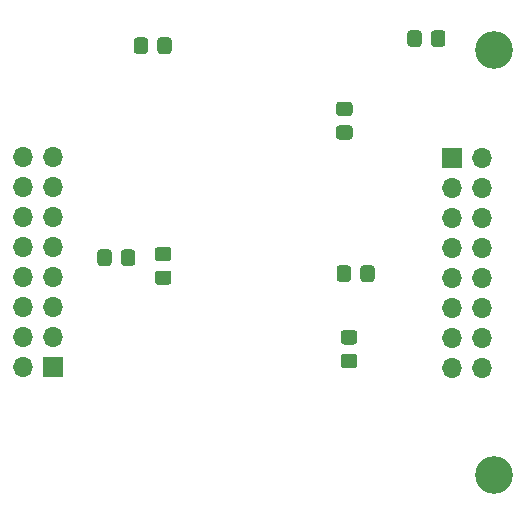
<source format=gbs>
G04 #@! TF.GenerationSoftware,KiCad,Pcbnew,(6.0.6)*
G04 #@! TF.CreationDate,2023-08-29T14:40:31+02:00*
G04 #@! TF.ProjectId,digital-isolator-6t2r,64696769-7461-46c2-9d69-736f6c61746f,rev?*
G04 #@! TF.SameCoordinates,Original*
G04 #@! TF.FileFunction,Soldermask,Bot*
G04 #@! TF.FilePolarity,Negative*
%FSLAX46Y46*%
G04 Gerber Fmt 4.6, Leading zero omitted, Abs format (unit mm)*
G04 Created by KiCad (PCBNEW (6.0.6)) date 2023-08-29 14:40:31*
%MOMM*%
%LPD*%
G01*
G04 APERTURE LIST*
%ADD10C,3.200000*%
%ADD11R,1.700000X1.700000*%
%ADD12O,1.700000X1.700000*%
G04 APERTURE END LIST*
D10*
X119760000Y-70700000D03*
D11*
X116200000Y-43825000D03*
D12*
X118740000Y-43825000D03*
X116200000Y-46365000D03*
X118740000Y-46365000D03*
X116200000Y-48905000D03*
X118740000Y-48905000D03*
X116200000Y-51445000D03*
X118740000Y-51445000D03*
X116200000Y-53985000D03*
X118740000Y-53985000D03*
X116200000Y-56525000D03*
X118740000Y-56525000D03*
X116200000Y-59065000D03*
X118740000Y-59065000D03*
X116200000Y-61605000D03*
X118740000Y-61605000D03*
D11*
X82350000Y-61575000D03*
D12*
X79810000Y-61575000D03*
X82350000Y-59035000D03*
X79810000Y-59035000D03*
X82350000Y-56495000D03*
X79810000Y-56495000D03*
X82350000Y-53955000D03*
X79810000Y-53955000D03*
X82350000Y-51415000D03*
X79810000Y-51415000D03*
X82350000Y-48875000D03*
X79810000Y-48875000D03*
X82350000Y-46335000D03*
X79810000Y-46335000D03*
X82350000Y-43795000D03*
X79810000Y-43795000D03*
D10*
X119760000Y-34700000D03*
G36*
G01*
X112400000Y-34200000D02*
X112400000Y-33300000D01*
G75*
G02*
X112650000Y-33050000I250000J0D01*
G01*
X113350000Y-33050000D01*
G75*
G02*
X113600000Y-33300000I0J-250000D01*
G01*
X113600000Y-34200000D01*
G75*
G02*
X113350000Y-34450000I-250000J0D01*
G01*
X112650000Y-34450000D01*
G75*
G02*
X112400000Y-34200000I0J250000D01*
G01*
G37*
G36*
G01*
X114400000Y-34200000D02*
X114400000Y-33300000D01*
G75*
G02*
X114650000Y-33050000I250000J0D01*
G01*
X115350000Y-33050000D01*
G75*
G02*
X115600000Y-33300000I0J-250000D01*
G01*
X115600000Y-34200000D01*
G75*
G02*
X115350000Y-34450000I-250000J0D01*
G01*
X114650000Y-34450000D01*
G75*
G02*
X114400000Y-34200000I0J250000D01*
G01*
G37*
G36*
G01*
X107900000Y-61650000D02*
X107000000Y-61650000D01*
G75*
G02*
X106750000Y-61400000I0J250000D01*
G01*
X106750000Y-60700000D01*
G75*
G02*
X107000000Y-60450000I250000J0D01*
G01*
X107900000Y-60450000D01*
G75*
G02*
X108150000Y-60700000I0J-250000D01*
G01*
X108150000Y-61400000D01*
G75*
G02*
X107900000Y-61650000I-250000J0D01*
G01*
G37*
G36*
G01*
X107900000Y-59650000D02*
X107000000Y-59650000D01*
G75*
G02*
X106750000Y-59400000I0J250000D01*
G01*
X106750000Y-58700000D01*
G75*
G02*
X107000000Y-58450000I250000J0D01*
G01*
X107900000Y-58450000D01*
G75*
G02*
X108150000Y-58700000I0J-250000D01*
G01*
X108150000Y-59400000D01*
G75*
G02*
X107900000Y-59650000I-250000J0D01*
G01*
G37*
G36*
G01*
X106410000Y-54100000D02*
X106410000Y-53200000D01*
G75*
G02*
X106660000Y-52950000I250000J0D01*
G01*
X107360000Y-52950000D01*
G75*
G02*
X107610000Y-53200000I0J-250000D01*
G01*
X107610000Y-54100000D01*
G75*
G02*
X107360000Y-54350000I-250000J0D01*
G01*
X106660000Y-54350000D01*
G75*
G02*
X106410000Y-54100000I0J250000D01*
G01*
G37*
G36*
G01*
X108410000Y-54100000D02*
X108410000Y-53200000D01*
G75*
G02*
X108660000Y-52950000I250000J0D01*
G01*
X109360000Y-52950000D01*
G75*
G02*
X109610000Y-53200000I0J-250000D01*
G01*
X109610000Y-54100000D01*
G75*
G02*
X109360000Y-54350000I-250000J0D01*
G01*
X108660000Y-54350000D01*
G75*
G02*
X108410000Y-54100000I0J250000D01*
G01*
G37*
G36*
G01*
X89350000Y-51850000D02*
X89350000Y-52750000D01*
G75*
G02*
X89100000Y-53000000I-250000J0D01*
G01*
X88400000Y-53000000D01*
G75*
G02*
X88150000Y-52750000I0J250000D01*
G01*
X88150000Y-51850000D01*
G75*
G02*
X88400000Y-51600000I250000J0D01*
G01*
X89100000Y-51600000D01*
G75*
G02*
X89350000Y-51850000I0J-250000D01*
G01*
G37*
G36*
G01*
X87350000Y-51850000D02*
X87350000Y-52750000D01*
G75*
G02*
X87100000Y-53000000I-250000J0D01*
G01*
X86400000Y-53000000D01*
G75*
G02*
X86150000Y-52750000I0J250000D01*
G01*
X86150000Y-51850000D01*
G75*
G02*
X86400000Y-51600000I250000J0D01*
G01*
X87100000Y-51600000D01*
G75*
G02*
X87350000Y-51850000I0J-250000D01*
G01*
G37*
G36*
G01*
X91260000Y-51390000D02*
X92160000Y-51390000D01*
G75*
G02*
X92410000Y-51640000I0J-250000D01*
G01*
X92410000Y-52340000D01*
G75*
G02*
X92160000Y-52590000I-250000J0D01*
G01*
X91260000Y-52590000D01*
G75*
G02*
X91010000Y-52340000I0J250000D01*
G01*
X91010000Y-51640000D01*
G75*
G02*
X91260000Y-51390000I250000J0D01*
G01*
G37*
G36*
G01*
X91260000Y-53390000D02*
X92160000Y-53390000D01*
G75*
G02*
X92410000Y-53640000I0J-250000D01*
G01*
X92410000Y-54340000D01*
G75*
G02*
X92160000Y-54590000I-250000J0D01*
G01*
X91260000Y-54590000D01*
G75*
G02*
X91010000Y-54340000I0J250000D01*
G01*
X91010000Y-53640000D01*
G75*
G02*
X91260000Y-53390000I250000J0D01*
G01*
G37*
G36*
G01*
X89230000Y-34800000D02*
X89230000Y-33900000D01*
G75*
G02*
X89480000Y-33650000I250000J0D01*
G01*
X90180000Y-33650000D01*
G75*
G02*
X90430000Y-33900000I0J-250000D01*
G01*
X90430000Y-34800000D01*
G75*
G02*
X90180000Y-35050000I-250000J0D01*
G01*
X89480000Y-35050000D01*
G75*
G02*
X89230000Y-34800000I0J250000D01*
G01*
G37*
G36*
G01*
X91230000Y-34800000D02*
X91230000Y-33900000D01*
G75*
G02*
X91480000Y-33650000I250000J0D01*
G01*
X92180000Y-33650000D01*
G75*
G02*
X92430000Y-33900000I0J-250000D01*
G01*
X92430000Y-34800000D01*
G75*
G02*
X92180000Y-35050000I-250000J0D01*
G01*
X91480000Y-35050000D01*
G75*
G02*
X91230000Y-34800000I0J250000D01*
G01*
G37*
G36*
G01*
X107500000Y-42300000D02*
X106600000Y-42300000D01*
G75*
G02*
X106350000Y-42050000I0J250000D01*
G01*
X106350000Y-41350000D01*
G75*
G02*
X106600000Y-41100000I250000J0D01*
G01*
X107500000Y-41100000D01*
G75*
G02*
X107750000Y-41350000I0J-250000D01*
G01*
X107750000Y-42050000D01*
G75*
G02*
X107500000Y-42300000I-250000J0D01*
G01*
G37*
G36*
G01*
X107500000Y-40300000D02*
X106600000Y-40300000D01*
G75*
G02*
X106350000Y-40050000I0J250000D01*
G01*
X106350000Y-39350000D01*
G75*
G02*
X106600000Y-39100000I250000J0D01*
G01*
X107500000Y-39100000D01*
G75*
G02*
X107750000Y-39350000I0J-250000D01*
G01*
X107750000Y-40050000D01*
G75*
G02*
X107500000Y-40300000I-250000J0D01*
G01*
G37*
M02*

</source>
